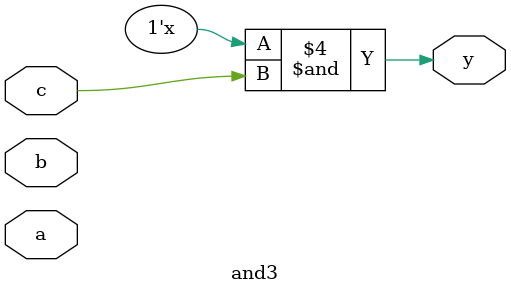
<source format=v>
module and3(input      a, b, c,
  output reg y);
  reg tmp;
	always @(*)
	begin
		$display("%tmp");
	end
  always @ (a, b, c)
    begin
      tmp <= a & b;
      y   <= tmp & c;
    end
endmodule

</source>
